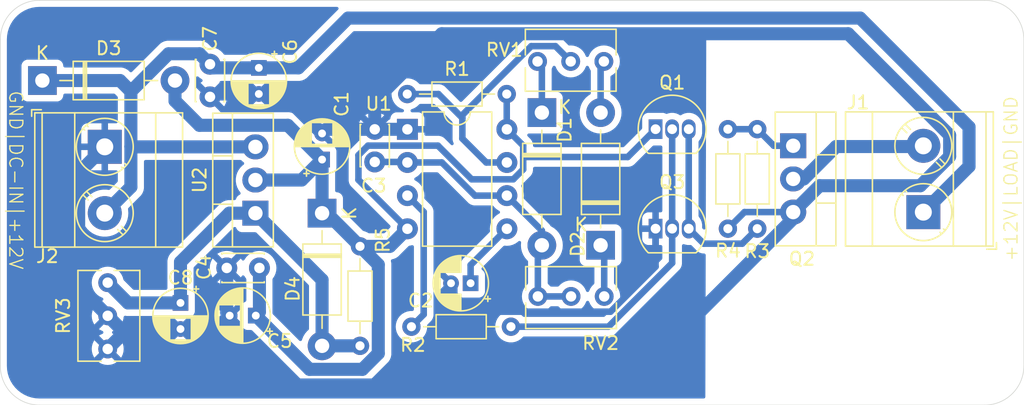
<source format=kicad_pcb>
(kicad_pcb (version 20240108) (generator "pcbnew") (generator_version "8.0")
  (layers (0 "F.Cu" signal) (31 "B.Cu" signal) (34 "B.Paste" user) (35 "F.Paste" user) (36 "B.SilkS" user "B.Silkscreen") (37 "F.SilkS" user "F.Silkscreen") (38 "B.Mask" user) (39 "F.Mask" user) (44 "Edge.Cuts" user))
  (net 0 "")
  (net 1 "GND")
  (net 2 "+5v")
  (net 3 "Net-(U1-CV)")
  (net 4 "Net-(D1-A)")
  (net 5 "+12V")
  (net 6 "Net-(D4-A)")
  (net 7 "Net-(D1-K)")
  (net 8 "Net-(D2-A)")
  (net 9 "Net-(D2-K)")
  (net 10 "Net-(J1-Pin_2)")
  (net 11 "Net-(Q1-E)")
  (net 12 "Net-(Q1-B)")
  (net 13 "Net-(Q2-G)")
  (net 14 "Net-(U1-DIS)")
  (net 15 "Net-(U1-Q)")
  (footprint "Capacitor_THT:CP_Radial_D4.0mm_P2.00mm" (layer "F.Cu") (at 114.845 73.1976 90)
    (property "Reference" "C1" (at 4.25 1.5 90) (layer "F.SilkS"))
    (property "Value" "10uF")
    (pad "1" thru_hole rect (at 0 0 90) (size 1.2 1.2) (drill 0.6) (layers "*.Cu" "*.Mask") (net 2 "+5v"))
    (pad "2" thru_hole circle (at 2 0 90) (size 1.2 1.2) (drill 0.6) (layers "*.Cu" "*.Mask") (net 1 "GND"))
  )
  (footprint "Capacitor_THT:CP_Radial_D4.0mm_P2.00mm" (layer "F.Cu") (at 110 66.172401 -90)
    (property "Reference" "C6" (at -1.2274 -2.4 90) (layer "F.SilkS"))
    (property "Value" "10uF")
    (pad "1" thru_hole rect (at 0 0 270) (size 1.2 1.2) (drill 0.6) (layers "*.Cu" "*.Mask") (net 5 "+12V"))
    (pad "2" thru_hole circle (at 2 0 270) (size 1.2 1.2) (drill 0.6) (layers "*.Cu" "*.Mask") (net 1 "GND"))
  )
  (footprint "Package_TO_SOT_THT:TO-92_Inline" (layer "F.Cu") (at 140.39 78.49)
    (property "Reference" "Q3" (at 1.27 -3.56 0) (layer "F.SilkS"))
    (property "Value" "BC327")
    (pad "1" thru_hole rect (at 0 0) (size 1.05 1.5) (drill 0.75) (layers "*.Cu" "*.Mask") (net 1 "GND"))
    (pad "2" thru_hole oval (at 1.27 0) (size 1.05 1.5) (drill 0.75) (layers "*.Cu" "*.Mask") (net 12 "Net-(Q1-B)"))
    (pad "3" thru_hole oval (at 2.54 0) (size 1.05 1.5) (drill 0.75) (layers "*.Cu" "*.Mask") (net 11 "Net-(Q1-E)"))
  )
  (footprint "Diode_THT:D_DO-41_SOD81_P10.16mm_Horizontal" (layer "F.Cu") (at 131.68 69.6 -90)
    (property "Reference" "D1" (at 1.33 -1.75 90) (layer "F.SilkS"))
    (property "Value" "1N4007")
    (fp_text user "K" (at -0.42 -1.75 180) (layer "F.SilkS"))
    (pad "1" thru_hole rect (at 0 0 270) (size 2.2 2.2) (drill 1.1) (layers "*.Cu" "*.Mask") (net 7 "Net-(D1-K)"))
    (pad "2" thru_hole oval (at 10.16 0 270) (size 2.2 2.2) (drill 1.1) (layers "*.Cu" "*.Mask") (net 4 "Net-(D1-A)"))
  )
  (footprint "Diode_THT:D_DO-41_SOD81_P10.16mm_Horizontal" (layer "F.Cu") (at 114.845 77.305 -90)
    (property "Reference" "D4" (at 5.8 2.245 90) (layer "F.SilkS"))
    (property "Value" "1N4007")
    (fp_text user "K" (at 0 -2.1 90) (layer "F.SilkS"))
    (pad "1" thru_hole rect (at 0 0 270) (size 2.2 2.2) (drill 1.1) (layers "*.Cu" "*.Mask") (net 2 "+5v"))
    (pad "2" thru_hole oval (at 10.16 0 270) (size 2.2 2.2) (drill 1.1) (layers "*.Cu" "*.Mask") (net 6 "Net-(D4-A)"))
  )
  (footprint "Capacitor_THT:C_Disc_D3.0mm_W2.0mm_P2.50mm" (layer "F.Cu") (at 106.26 65.895 -90)
    (property "Reference" "C7" (at -1.95 0 90) (layer "F.SilkS"))
    (property "Value" "0.1uF")
    (pad "1" thru_hole circle (at 0 0 270) (size 1.6 1.6) (drill 0.8) (layers "*.Cu" "*.Mask") (net 5 "+12V"))
    (pad "2" thru_hole circle (at 2.5 0 270) (size 1.6 1.6) (drill 0.8) (layers "*.Cu" "*.Mask") (net 1 "GND"))
  )
  (footprint "Diode_THT:D_DO-41_SOD81_P10.16mm_Horizontal" (layer "F.Cu") (at 136.18 79.76 90)
    (property "Reference" "D2" (at 0.08 -1.75 90) (layer "F.SilkS"))
    (property "Value" "1N4007")
    (fp_text user "K" (at 1.58 -1.5 180) (layer "F.SilkS"))
    (pad "1" thru_hole rect (at 0 0 90) (size 2.2 2.2) (drill 1.1) (layers "*.Cu" "*.Mask") (net 9 "Net-(D2-K)"))
    (pad "2" thru_hole oval (at 10.16 0 90) (size 2.2 2.2) (drill 1.1) (layers "*.Cu" "*.Mask") (net 8 "Net-(D2-A)"))
  )
  (footprint "TerminalBlock_Phoenix:TerminalBlock_Phoenix_MKDS-3-2-5.08_1x02_P5.08mm_Horizontal" (layer "F.Cu") (at 160.9 77.225 90)
    (property "Reference" "J1" (at 8.4 -5 180) (layer "F.SilkS"))
    (property "Value" "LOAD")
    (pad "1" thru_hole rect (at 0 0 90) (size 2.6 2.6) (drill 1.3) (layers "*.Cu" "*.Mask") (net 5 "+12V"))
    (pad "2" thru_hole circle (at 5.08 0 90) (size 2.6 2.6) (drill 1.3) (layers "*.Cu" "*.Mask") (net 10 "Net-(J1-Pin_2)"))
  )
  (footprint "Capacitor_THT:CP_Radial_D4.0mm_P2.00mm" (layer "F.Cu") (at 104 84.177401 -90)
    (property "Reference" "C8" (at -1.927401 0 180) (layer "F.SilkS"))
    (property "Value" "10uF")
    (pad "1" thru_hole rect (at 0 0 270) (size 1.2 1.2) (drill 0.6) (layers "*.Cu" "*.Mask") (net 6 "Net-(D4-A)"))
    (pad "2" thru_hole circle (at 2 0 270) (size 1.2 1.2) (drill 0.6) (layers "*.Cu" "*.Mask") (net 1 "GND"))
  )
  (footprint "Resistor_THT:R_Axial_DIN0204_L3.6mm_D1.6mm_P7.62mm_Horizontal" (layer "F.Cu") (at 145.93 78.49 90)
    (property "Reference" "R4" (at -1.69 0 0) (layer "F.SilkS"))
    (property "Value" "1M")
    (pad "1" thru_hole circle (at 0 0 90) (size 1.4 1.4) (drill 0.7) (layers "*.Cu" "*.Mask") (net 1 "GND"))
    (pad "2" thru_hole oval (at 7.62 0 90) (size 1.4 1.4) (drill 0.7) (layers "*.Cu" "*.Mask") (net 13 "Net-(Q2-G)"))
  )
  (footprint "Capacitor_THT:C_Disc_D3.0mm_W2.0mm_P2.50mm" (layer "F.Cu") (at 118.88 73.38 90)
    (property "Reference" "C3" (at -1.82 -0.08 180) (layer "F.SilkS"))
    (property "Value" "0.1uF")
    (pad "1" thru_hole circle (at 0 0 90) (size 1.6 1.6) (drill 0.8) (layers "*.Cu" "*.Mask") (net 4 "Net-(D1-A)"))
    (pad "2" thru_hole circle (at 2.5 0 90) (size 1.6 1.6) (drill 0.8) (layers "*.Cu" "*.Mask") (net 1 "GND"))
  )
  (footprint "Resistor_THT:R_Axial_DIN0204_L3.6mm_D1.6mm_P7.62mm_Horizontal" (layer "F.Cu") (at 117.75 87.465 90)
    (property "Reference" "R5" (at 8.095 1.75 90) (layer "F.SilkS"))
    (property "Value" "220R")
    (pad "1" thru_hole circle (at 0 0 90) (size 1.4 1.4) (drill 0.7) (layers "*.Cu" "*.Mask") (net 6 "Net-(D4-A)"))
    (pad "2" thru_hole oval (at 7.62 0 90) (size 1.4 1.4) (drill 0.7) (layers "*.Cu" "*.Mask") (net 2 "+5v"))
  )
  (footprint "Capacitor_THT:CP_Radial_D4.0mm_P1.50mm" (layer "F.Cu") (at 126.2226 82.67 180)
    (property "Reference" "C2" (at 3.8226 -1.33 0) (layer "F.SilkS"))
    (property "Value" "0,01u")
    (pad "1" thru_hole rect (at 0 0 180) (size 1.2 1.2) (drill 0.6) (layers "*.Cu" "*.Mask") (net 3 "Net-(U1-CV)"))
    (pad "2" thru_hole circle (at 1.5 0 180) (size 1.2 1.2) (drill 0.6) (layers "*.Cu" "*.Mask") (net 1 "GND"))
  )
  (footprint "Diode_THT:D_DO-41_SOD81_P10.16mm_Horizontal" (layer "F.Cu") (at 93.42 67.145)
    (property "Reference" "D3" (at 5.08 -2.47 0) (layer "F.SilkS"))
    (property "Value" "1N4007")
    (fp_text user "K" (at 0 -2.1 0) (layer "F.SilkS"))
    (pad "1" thru_hole rect (at 0 0) (size 2.2 2.2) (drill 1.1) (layers "*.Cu" "*.Mask") (net 5 "+12V"))
    (pad "2" thru_hole oval (at 10.16 0) (size 2.2 2.2) (drill 1.1) (layers "*.Cu" "*.Mask") (net 2 "+5v"))
  )
  (footprint "Potentiometer_THT:Potentiometer_Bourns_3266Y_Vertical" (layer "F.Cu") (at 98.425 82.625 90)
    (property "Reference" "RV3" (at -2.54 -3.41 90) (layer "F.SilkS"))
    (property "Value" "2k")
    (pad "1" thru_hole circle (at 0 0 90) (size 1.44 1.44) (drill 0.8) (layers "*.Cu" "*.Mask") (net 6 "Net-(D4-A)"))
    (pad "2" thru_hole circle (at -2.54 0 90) (size 1.44 1.44) (drill 0.8) (layers "*.Cu" "*.Mask") (net 1 "GND"))
    (pad "3" thru_hole circle (at -5.08 0 90) (size 1.44 1.44) (drill 0.8) (layers "*.Cu" "*.Mask") (net 1 "GND"))
  )
  (footprint "Potentiometer_THT:Potentiometer_Bourns_3266Y_Vertical" (layer "F.Cu") (at 136.455 83.68)
    (property "Reference" "RV2" (at -0.275 3.575 0) (layer "F.SilkS"))
    (property "Value" "50k")
    (pad "1" thru_hole circle (at 0 0) (size 1.44 1.44) (drill 0.8) (layers "*.Cu" "*.Mask") (net 9 "Net-(D2-K)"))
    (pad "2" thru_hole circle (at -2.54 0) (size 1.44 1.44) (drill 0.8) (layers "*.Cu" "*.Mask") (net 4 "Net-(D1-A)"))
    (pad "3" thru_hole circle (at -5.08 0) (size 1.44 1.44) (drill 0.8) (layers "*.Cu" "*.Mask") (net 4 "Net-(D1-A)"))
  )
  (footprint "Package_TO_SOT_THT:TO-220-3_Vertical" (layer "F.Cu") (at 109.74 77.305 90)
    (property "Reference" "U2" (at 2.54 -4.27 90) (layer "F.SilkS"))
    (property "Value" "LM317_TO-220")
    (pad "1" thru_hole rect (at 0 0 90) (size 1.905 2) (drill 1.1) (layers "*.Cu" "*.Mask") (net 6 "Net-(D4-A)"))
    (pad "2" thru_hole oval (at 2.54 0 90) (size 1.905 2) (drill 1.1) (layers "*.Cu" "*.Mask") (net 2 "+5v"))
    (pad "3" thru_hole oval (at 5.08 0 90) (size 1.905 2) (drill 1.1) (layers "*.Cu" "*.Mask") (net 5 "+12V"))
  )
  (footprint "Resistor_THT:R_Axial_DIN0204_L3.6mm_D1.6mm_P7.62mm_Horizontal" (layer "F.Cu") (at 121.69 86)
    (property "Reference" "R2" (at 0.11 1.4 0) (layer "F.SilkS"))
    (property "Value" "10k")
    (pad "1" thru_hole circle (at 0 0) (size 1.4 1.4) (drill 0.7) (layers "*.Cu" "*.Mask") (net 15 "Net-(U1-Q)"))
    (pad "2" thru_hole oval (at 7.62 0) (size 1.4 1.4) (drill 0.7) (layers "*.Cu" "*.Mask") (net 12 "Net-(Q1-B)"))
  )
  (footprint "TerminalBlock_Phoenix:TerminalBlock_Phoenix_MKDS-3-2-5.08_1x02_P5.08mm_Horizontal" (layer "F.Cu") (at 98.2 72.22 -90)
    (property "Reference" "J2" (at 8.38 4.4 180) (layer "F.SilkS"))
    (property "Value" "DC_12V")
    (pad "1" thru_hole rect (at 0 0 270) (size 2.6 2.6) (drill 1.3) (layers "*.Cu" "*.Mask") (net 1 "GND"))
    (pad "2" thru_hole circle (at 5.08 0 270) (size 2.6 2.6) (drill 1.3) (layers "*.Cu" "*.Mask") (net 5 "+12V"))
  )
  (footprint "Package_TO_SOT_THT:TO-220-3_Vertical" (layer "F.Cu") (at 150.93 72.14 -90)
    (property "Reference" "Q2" (at 8.66 -0.67 0) (layer "F.SilkS"))
    (property "Value" "IRLZ44N")
    (pad "1" thru_hole rect (at 0 0 270) (size 1.905 2) (drill 1.1) (layers "*.Cu" "*.Mask") (net 13 "Net-(Q2-G)"))
    (pad "2" thru_hole oval (at 2.54 0 270) (size 1.905 2) (drill 1.1) (layers "*.Cu" "*.Mask") (net 10 "Net-(J1-Pin_2)"))
    (pad "3" thru_hole oval (at 5.08 0 270) (size 1.905 2) (drill 1.1) (layers "*.Cu" "*.Mask") (net 1 "GND"))
  )
  (footprint "Potentiometer_THT:Potentiometer_Bourns_3266Y_Vertical" (layer "F.Cu") (at 131.35 65.68 180)
    (property "Reference" "RV1" (at 2.55 0.88 0) (layer "F.SilkS"))
    (property "Value" "100k")
    (pad "1" thru_hole circle (at 0 0 180) (size 1.44 1.44) (drill 0.8) (layers "*.Cu" "*.Mask") (net 7 "Net-(D1-K)"))
    (pad "2" thru_hole circle (at -2.54 0 180) (size 1.44 1.44) (drill 0.8) (layers "*.Cu" "*.Mask") (net 14 "Net-(U1-DIS)"))
    (pad "3" thru_hole circle (at -5.08 0 180) (size 1.44 1.44) (drill 0.8) (layers "*.Cu" "*.Mask") (net 8 "Net-(D2-A)"))
  )
  (footprint "Package_DIP:DIP-8_W7.62mm" (layer "F.Cu") (at 121.38 70.88)
    (property "Reference" "U1" (at -2.2 -1.95 0) (layer "F.SilkS"))
    (property "Value" "NE555P")
    (pad "1" thru_hole rect (at 0 0) (size 1.6 1.6) (drill 0.8) (layers "*.Cu" "*.Mask") (net 1 "GND"))
    (pad "2" thru_hole oval (at 0 2.54) (size 1.6 1.6) (drill 0.8) (layers "*.Cu" "*.Mask") (net 4 "Net-(D1-A)"))
    (pad "3" thru_hole oval (at 0 5.08) (size 1.6 1.6) (drill 0.8) (layers "*.Cu" "*.Mask") (net 15 "Net-(U1-Q)"))
    (pad "4" thru_hole oval (at 0 7.62) (size 1.6 1.6) (drill 0.8) (layers "*.Cu" "*.Mask") (net 2 "+5v"))
    (pad "5" thru_hole oval (at 7.62 7.62) (size 1.6 1.6) (drill 0.8) (layers "*.Cu" "*.Mask") (net 3 "Net-(U1-CV)"))
    (pad "6" thru_hole oval (at 7.62 5.08) (size 1.6 1.6) (drill 0.8) (layers "*.Cu" "*.Mask") (net 4 "Net-(D1-A)"))
    (pad "7" thru_hole oval (at 7.62 2.54) (size 1.6 1.6) (drill 0.8) (layers "*.Cu" "*.Mask") (net 14 "Net-(U1-DIS)"))
    (pad "8" thru_hole oval (at 7.62 0) (size 1.6 1.6) (drill 0.8) (layers "*.Cu" "*.Mask") (net 2 "+5v"))
  )
  (footprint "Capacitor_THT:CP_Radial_D4.0mm_P2.00mm" (layer "F.Cu") (at 109.7676 85.15 180)
    (property "Reference" "C5" (at -1.8324 -1.95 0) (layer "F.SilkS"))
    (property "Value" "10uF")
    (pad "1" thru_hole rect (at 0 0 180) (size 1.2 1.2) (drill 0.6) (layers "*.Cu" "*.Mask") (net 2 "+5v"))
    (pad "2" thru_hole circle (at 2 0 180) (size 1.2 1.2) (drill 0.6) (layers "*.Cu" "*.Mask") (net 1 "GND"))
  )
  (footprint "Resistor_THT:R_Axial_DIN0204_L3.6mm_D1.6mm_P7.62mm_Horizontal" (layer "F.Cu") (at 121.37 68.18)
    (property "Reference" "R1" (at 3.81 -1.92 0) (layer "F.SilkS"))
    (property "Value" "1k")
    (pad "1" thru_hole circle (at 0 0) (size 1.4 1.4) (drill 0.7) (layers "*.Cu" "*.Mask") (net 14 "Net-(U1-DIS)"))
    (pad "2" thru_hole oval (at 7.62 0) (size 1.4 1.4) (drill 0.7) (layers "*.Cu" "*.Mask") (net 2 "+5v"))
  )
  (footprint "Package_TO_SOT_THT:TO-92_Inline" (layer "F.Cu") (at 140.39 70.87)
    (property "Reference" "Q1" (at 1.27 -3.56 0) (layer "F.SilkS"))
    (property "Value" "BC337")
    (pad "1" thru_hole rect (at 0 0) (size 1.05 1.5) (drill 0.75) (layers "*.Cu" "*.Mask") (net 2 "+5v"))
    (pad "2" thru_hole oval (at 1.27 0) (size 1.05 1.5) (drill 0.75) (layers "*.Cu" "*.Mask") (net 12 "Net-(Q1-B)"))
    (pad "3" thru_hole oval (at 2.54 0) (size 1.05 1.5) (drill 0.75) (layers "*.Cu" "*.Mask") (net 11 "Net-(Q1-E)"))
  )
  (footprint "Capacitor_THT:C_Disc_D3.0mm_W2.0mm_P2.50mm" (layer "F.Cu") (at 110.045 81.5 180)
    (property "Reference" "C4" (at 4.245 0.05 90) (layer "F.SilkS"))
    (property "Value" "0.1uF")
    (pad "1" thru_hole circle (at 0 0 180) (size 1.6 1.6) (drill 0.8) (layers "*.Cu" "*.Mask") (net 2 "+5v"))
    (pad "2" thru_hole circle (at 2.5 0 180) (size 1.6 1.6) (drill 0.8) (layers "*.Cu" "*.Mask") (net 1 "GND"))
  )
  (footprint "Resistor_THT:R_Axial_DIN0204_L3.6mm_D1.6mm_P7.62mm_Horizontal" (layer "F.Cu") (at 148.18 78.49 90)
    (property "Reference" "R3" (at -1.73 0 180) (layer "F.SilkS"))
    (property "Value" "20R")
    (pad "1" thru_hole circle (at 0 0 90) (size 1.4 1.4) (drill 0.7) (layers "*.Cu" "*.Mask") (net 11 "Net-(Q1-E)"))
    (pad "2" thru_hole oval (at 7.62 0 90) (size 1.4 1.4) (drill 0.7) (layers "*.Cu" "*.Mask") (net 13 "Net-(Q2-G)"))
  )
  (gr_line (start 168.6 64) (end 168.6 89) (stroke (width 0.05)) (layer "Edge.Cuts"))
  (gr_arc (start 93.2 92) (mid 91.07868 91.12132) (end 90.2 89) (stroke (width 0.05)) (layer "Edge.Cuts"))
  (gr_arc (start 168.6 89) (mid 167.72132 91.12132) (end 165.6 92) (stroke (width 0.05)) (layer "Edge.Cuts"))
  (gr_line (start 93.2 61) (end 165.6 61) (stroke (width 0.05)) (layer "Edge.Cuts"))
  (gr_line (start 165.6 92) (end 93.2 92) (stroke (width 0.05)) (layer "Edge.Cuts"))
  (gr_arc (start 165.6 61) (mid 167.72132 61.87868) (end 168.6 64) (stroke (width 0.05)) (layer "Edge.Cuts"))
  (gr_arc (start 90.2 64) (mid 91.07868 61.87868) (end 93.2 61) (stroke (width 0.05)) (layer "Edge.Cuts"))
  (gr_line (start 90.2 89) (end 90.2 64) (stroke (width 0.05)) (layer "Edge.Cuts"))
  (gr_text "GND|DC-IN|+12V\n" (at 90.8 74.765 270) (layer "F.SilkS") (effects (font (size 1 1) (thickness 0.1)) (justify bottom)))
  (gr_text "+12V|LOAD|GND" (at 168.2 81.063334 90) (layer "F.SilkS") (effects (font (size 1 1) (thickness 0.1)) (justify left bottom)))
  (segment (start 107.7676 85.15) (end 107.7676 85.998528) (width 1) (layer "B.Cu") (net 1))
  (segment (start 140.39 81.39963) (end 136.93963 84.85) (width 0.5) (layer "B.Cu") (net 1))
  (segment (start 106.482599 68.172401) (end 106.26 68.395) (width 1) (layer "B.Cu") (net 1))
  (segment (start 124.010101 63.56) (end 155.143428 63.56) (width 1) (layer "B.Cu") (net 1))
  (segment (start 162.913972 72.959456) (end 160.673428 75.2) (width 1) (layer "B.Cu") (net 1))
  (segment (start 124.7226 82.67) (end 124.7226 90.3876) (width 1) (layer "B.Cu") (net 1))
  (segment (start 150.93 77.719899) (end 150.93 77.22) (width 1) (layer "B.Cu") (net 1))
  (segment (start 124.7226 83.27) (end 124.7226 82.67) (width 0.5) (layer "B.Cu") (net 1))
  (segment (start 110 68.172401) (end 111.819801 68.172401) (width 1) (layer "B.Cu") (net 1))
  (segment (start 107.545 81.5) (end 107.545 84.9274) (width 1) (layer "B.Cu") (net 1))
  (segment (start 124.8 90.465) (end 138.184899 90.465) (width 1) (layer "B.Cu") (net 1))
  (segment (start 99.437401 86.177401) (end 99.437401 86.692599) (width 1) (layer "B.Cu") (net 1))
  (segment (start 107.545 84.9274) (end 107.7676 85.15) (width 1) (layer "B.Cu") (net 1))
  (segment (start 126.3026 84.85) (end 124.7226 83.27) (width 0.5) (layer "B.Cu") (net 1))
  (segment (start 118.88 70.88) (end 118.88 68.690101) (width 1) (layer "B.Cu") (net 1))
  (segment (start 106.740199 86.177401) (end 104 86.177401) (width 1) (layer "B.Cu") (net 1))
  (segment (start 162.913972 71.330544) (end 162.913972 72.959456) (width 1) (layer "B.Cu") (net 1))
  (segment (start 136.93963 84.85) (end 126.3026 84.85) (width 0.5) (layer "B.Cu") (net 1))
  (segment (start 107.7676 85.998528) (end 112.234072 90.465) (width 1) (layer "B.Cu") (net 1))
  (segment (start 115.1626 70.88) (end 114.845 71.1976) (width 1) (layer "B.Cu") (net 1))
  (segment (start 98.2 72.22) (end 96.2 74.22) (width 1) (layer "B.Cu") (net 1))
  (segment (start 111.819801 68.172401) (end 114.845 71.1976) (width 1) (layer "B.Cu") (net 1))
  (segment (start 121.38 70.88) (end 118.88 70.88) (width 1) (layer "B.Cu") (net 1))
  (segment (start 152.95 75.2) (end 150.93 77.22) (width 1) (layer "B.Cu") (net 1))
  (segment (start 96.2 82.94) (end 98.425 85.165) (width 1) (layer "B.Cu") (net 1))
  (segment (start 147.2 77.22) (end 150.93 77.22) (width 0.5) (layer "B.Cu") (net 1))
  (segment (start 99.437401 86.177401) (end 98.425 85.165) (width 1) (layer "B.Cu") (net 1))
  (segment (start 160.673428 75.2) (end 152.95 75.2) (width 1) (layer "B.Cu") (net 1))
  (segment (start 155.143428 63.56) (end 162.913972 71.330544) (width 1) (layer "B.Cu") (net 1))
  (segment (start 118.88 70.88) (end 115.1626 70.88) (width 1) (layer "B.Cu") (net 1))
  (segment (start 140.39 78.49) (end 140.39 81.39963) (width 0.5) (layer "B.Cu") (net 1))
  (segment (start 104 86.177401) (end 99.437401 86.177401) (width 1) (layer "B.Cu") (net 1))
  (segment (start 118.88 68.690101) (end 124.010101 63.56) (width 1) (layer "B.Cu") (net 1))
  (segment (start 96.2 74.22) (end 96.2 82.94) (width 1) (layer "B.Cu") (net 1))
  (segment (start 99.437401 86.692599) (end 98.425 87.705) (width 1) (layer "B.Cu") (net 1))
  (segment (start 124.7226 90.3876) (end 124.8 90.465) (width 1) (layer "B.Cu") (net 1))
  (segment (start 107.7676 85.15) (end 106.740199 86.177401) (width 1) (layer "B.Cu") (net 1))
  (segment (start 138.184899 90.465) (end 150.93 77.719899) (width 1) (layer "B.Cu") (net 1))
  (segment (start 110 68.172401) (end 106.482599 68.172401) (width 1) (layer "B.Cu") (net 1))
  (segment (start 112.234072 90.465) (end 124.8 90.465) (width 1) (layer "B.Cu") (net 1))
  (segment (start 145.93 78.49) (end 147.2 77.22) (width 0.5) (layer "B.Cu") (net 1))
  (segment (start 114.845 77.305) (end 114.24 77.305) (width 1) (layer "B.Cu") (net 2))
  (segment (start 117.935 89.265) (end 119.15 88.05) (width 1) (layer "B.Cu") (net 2))
  (segment (start 138.26 73) (end 130.25 73) (width 0.5) (layer "B.Cu") (net 2))
  (segment (start 113.8826 89.265) (end 117.935 89.265) (width 1) (layer "B.Cu") (net 2))
  (segment (start 128.99 70.87) (end 129 70.88) (width 0.5) (layer "B.Cu") (net 2))
  (segment (start 103.58 68.700634) (end 105.451866 70.5725) (width 1) (layer "B.Cu") (net 2))
  (segment (start 110.045 84.8726) (end 109.7676 85.15) (width 1) (layer "B.Cu") (net 2))
  (segment (start 103.58 67.145) (end 103.58 68.700634) (width 1) (layer "B.Cu") (net 2))
  (segment (start 120.035 79.845) (end 121.38 78.5) (width 1) (layer "B.Cu") (net 2))
  (segment (start 113.2776 74.765) (end 114.845 73.1976) (width 1) (layer "B.Cu") (net 2))
  (segment (start 123.71995 72.13) (end 118.362233 72.13) (width 0.5) (layer "B.Cu") (net 2))
  (segment (start 114.845 73.1976) (end 114.845 77.305) (width 1) (layer "B.Cu") (net 2))
  (segment (start 112.2199 70.5725) (end 114.845 73.1976) (width 1) (layer "B.Cu") (net 2))
  (segment (start 117.63 72.862233) (end 117.63 74.75) (width 0.5) (layer "B.Cu") (net 2))
  (segment (start 119.15 81.245) (end 117.75 79.845) (width 1) (layer "B.Cu") (net 2))
  (segment (start 119.15 88.05) (end 119.15 81.245) (width 1) (layer "B.Cu") (net 2))
  (segment (start 110.045 81.5) (end 110.045 84.8726) (width 1) (layer "B.Cu") (net 2))
  (segment (start 114.845 77.305) (end 115.21 77.305) (width 1) (layer "B.Cu") (net 2))
  (segment (start 109.7676 85.15) (end 113.8826 89.265) (width 1) (layer "B.Cu") (net 2))
  (segment (start 129 70.88) (end 130.25 72.13) (width 0.5) (layer "B.Cu") (net 2))
  (segment (start 105.451866 70.5725) (end 112.2199 70.5725) (width 1) (layer "B.Cu") (net 2))
  (segment (start 140.39 70.87) (end 138.26 73) (width 0.5) (layer "B.Cu") (net 2))
  (segment (start 117.63 74.75) (end 121.38 78.5) (width 0.5) (layer "B.Cu") (net 2))
  (segment (start 117.75 79.845) (end 120.035 79.845) (width 1) (layer "B.Cu") (net 2))
  (segment (start 130.25 72.13) (end 130.25 73) (width 0.5) (layer "B.Cu") (net 2))
  (segment (start 129.49 74.71) (end 126.29995 74.71) (width 0.5) (layer "B.Cu") (net 2))
  (segment (start 109.74 74.765) (end 113.2776 74.765) (width 1) (layer "B.Cu") (net 2))
  (segment (start 115.21 77.305) (end 117.75 79.845) (width 1) (layer "B.Cu") (net 2))
  (segment (start 130.25 73.95) (end 129.49 74.71) (width 0.5) (layer "B.Cu") (net 2))
  (segment (start 118.362233 72.13) (end 117.63 72.862233) (width 0.5) (layer "B.Cu") (net 2))
  (segment (start 126.29995 74.71) (end 123.71995 72.13) (width 0.5) (layer "B.Cu") (net 2))
  (segment (start 130.25 73) (end 130.25 73.95) (width 0.5) (layer "B.Cu") (net 2))
  (segment (start 128.99 68.18) (end 128.99 70.87) (width 0.5) (layer "B.Cu") (net 2))
  (segment (start 126.2226 81.2774) (end 129 78.5) (width 0.5) (layer "B.Cu") (net 3))
  (segment (start 126.2226 82.67) (end 126.2226 81.2774) (width 0.5) (layer "B.Cu") (net 3))
  (segment (start 131.68 78.64) (end 131.68 79.76) (width 0.5) (layer "B.Cu") (net 4))
  (segment (start 118.88 73.38) (end 121.34 73.38) (width 0.5) (layer "B.Cu") (net 4))
  (segment (start 126.56 75.96) (end 129 75.96) (width 0.5) (layer "B.Cu") (net 4))
  (segment (start 131.375 83.68) (end 131.375 80.065) (width 0.5) (layer "B.Cu") (net 4))
  (segment (start 124.02 73.42) (end 126.56 75.96) (width 0.5) (layer "B.Cu") (net 4))
  (segment (start 129 75.96) (end 131.68 78.64) (width 0.5) (layer "B.Cu") (net 4))
  (segment (start 121.34 73.38) (end 121.38 73.42) (width 0.5) (layer "B.Cu") (net 4))
  (segment (start 121.38 73.42) (end 124.02 73.42) (width 0.5) (layer "B.Cu") (net 4))
  (segment (start 131.375 80.065) (end 131.68 79.76) (width 0.5) (layer "B.Cu") (net 4))
  (segment (start 131.375 83.68) (end 133.915 83.68) (width 0.5) (layer "B.Cu") (net 4))
  (segment (start 116.84 62.36) (end 156.057056 62.36) (width 1) (layer "B.Cu") (net 5))
  (segment (start 100.225 72.225) (end 100.2 72.2) (width 1) (layer "B.Cu") (net 5))
  (segment (start 103.084414 65.095001) (end 105.460001 65.095001) (width 1) (layer "B.Cu") (net 5))
  (segment (start 110 66.172401) (end 106.537401 66.172401) (width 1) (layer "B.Cu") (net 5))
  (segment (start 100.2 67.979415) (end 103.084414 65.095001) (width 1) (layer "B.Cu") (net 5))
  (segment (start 106.537401 66.172401) (end 106.26 65.895) (width 1) (layer "B.Cu") (net 5))
  (segment (start 105.460001 65.095001) (end 106.26 65.895) (width 1) (layer "B.Cu") (net 5))
  (segment (start 164.4 70.702944) (end 164.4 73.725) (width 1) (layer "B.Cu") (net 5))
  (segment (start 109.74 72.225) (end 100.225 72.225) (width 1) (layer "B.Cu") (net 5))
  (segment (start 156.057056 62.36) (end 164.4 70.702944) (width 1) (layer "B.Cu") (net 5))
  (segment (start 113.027599 66.172401) (end 116.84 62.36) (width 1) (layer "B.Cu") (net 5))
  (segment (start 98.2 77.3) (end 100.2 75.3) (width 1) (layer "B.Cu") (net 5))
  (segment (start 100.2 75.3) (end 100.2 72.2) (width 1) (layer "B.Cu") (net 5))
  (segment (start 164.4 73.725) (end 160.9 77.225) (width 1) (layer "B.Cu") (net 5))
  (segment (start 99.365585 67.145) (end 100.2 67.979415) (width 1) (layer "B.Cu") (net 5))
  (segment (start 100.2 72.2) (end 100.2 67.979415) (width 1) (layer "B.Cu") (net 5))
  (segment (start 110 66.172401) (end 113.027599 66.172401) (width 1) (layer "B.Cu") (net 5))
  (segment (start 93.42 67.145) (end 99.365585 67.145) (width 1) (layer "B.Cu") (net 5))
  (segment (start 114.845 82.41) (end 114.845 87.465) (width 1) (layer "B.Cu") (net 6))
  (segment (start 117.75 87.465) (end 114.845 87.465) (width 1) (layer "B.Cu") (net 6))
  (segment (start 104 81.045) (end 107.74 77.305) (width 1) (layer "B.Cu") (net 6))
  (segment (start 104 84.177401) (end 99.977401 84.177401) (width 1) (layer "B.Cu") (net 6))
  (segment (start 99.977401 84.177401) (end 98.425 82.625) (width 1) (layer "B.Cu") (net 6))
  (segment (start 109.74 77.305) (end 114.845 82.41) (width 1) (layer "B.Cu") (net 6))
  (segment (start 104 84.177401) (end 104 81.045) (width 1) (layer "B.Cu") (net 6))
  (segment (start 107.74 77.305) (end 109.74 77.305) (width 1) (layer "B.Cu") (net 6))
  (segment (start 131.68 66.01) (end 131.35 65.68) (width 0.5) (layer "B.Cu") (net 7))
  (segment (start 131.68 69.6) (end 131.68 66.01) (width 0.5) (layer "B.Cu") (net 7))
  (segment (start 136.18 65.93) (end 136.43 65.68) (width 0.5) (layer "B.Cu") (net 8))
  (segment (start 136.18 69.6) (end 136.18 65.93) (width 0.5) (layer "B.Cu") (net 8))
  (segment (start 136.455 80.035) (end 136.18 79.76) (width 0.5) (layer "B.Cu") (net 9))
  (segment (start 136.455 83.68) (end 136.455 80.035) (width 0.5) (layer "B.Cu") (net 9))
  (segment (start 150.93 74.68) (end 151.7425 74.68) (width 1) (layer "B.Cu") (net 10))
  (segment (start 151.7425 74.68) (end 154.2225 72.2) (width 1) (layer "B.Cu") (net 10))
  (segment (start 154.2225 72.2) (end 160.845 72.2) (width 1) (layer "B.Cu") (net 10))
  (segment (start 160.845 72.2) (end 160.9 72.145) (width 1) (layer "B.Cu") (net 10))
  (segment (start 147.03 79.64) (end 148.18 78.49) (width 0.5) (layer "B.Cu") (net 11))
  (segment (start 142.93 70.87) (end 142.93 78.49) (width 0.5) (layer "B.Cu") (net 11))
  (segment (start 142.93 78.49) (end 144.08 79.64) (width 0.5) (layer "B.Cu") (net 11))
  (segment (start 144.08 79.64) (end 147.03 79.64) (width 0.5) (layer "B.Cu") (net 11))
  (segment (start 129.31 86) (end 136.77958 86) (width 0.5) (layer "B.Cu") (net 12))
  (segment (start 136.77958 86) (end 141.66 81.11958) (width 0.5) (layer "B.Cu") (net 12))
  (segment (start 141.66 70.87) (end 141.66 78.49) (width 0.5) (layer "B.Cu") (net 12))
  (segment (start 141.66 81.11958) (end 141.66 78.49) (width 0.5) (layer "B.Cu") (net 12))
  (segment (start 149.45 72.14) (end 148.18 70.87) (width 0.5) (layer "B.Cu") (net 13))
  (segment (start 150.93 72.14) (end 149.45 72.14) (width 0.5) (layer "B.Cu") (net 13))
  (segment (start 148.18 70.87) (end 145.93 70.87) (width 0.5) (layer "B.Cu") (net 13))
  (segment (start 125.59 70.01) (end 123.76 68.18) (width 0.5) (layer "B.Cu") (net 14))
  (segment (start 132.72 64.51) (end 130.86537 64.51) (width 0.5) (layer "B.Cu") (net 14))
  (segment (start 133.89 65.68) (end 132.72 64.51) (width 0.5) (layer "B.Cu") (net 14))
  (segment (start 127.42 73.42) (end 125.59 71.59) (width 0.5) (layer "B.Cu") (net 14))
  (segment (start 125.59 71.59) (end 125.59 70.01) (width 0.5) (layer "B.Cu") (net 14))
  (segment (start 123.76 68.18) (end 121.37 68.18) (width 0.5) (layer "B.Cu") (net 14))
  (segment (start 130.86537 64.51) (end 125.59 69.78537) (width 0.5) (layer "B.Cu") (net 14))
  (segment (start 129 73.42) (end 127.42 73.42) (width 0.5) (layer "B.Cu") (net 14))
  (segment (start 125.59 69.78537) (end 125.59 70.01) (width 0.5) (layer "B.Cu") (net 14))
  (segment (start 122.63 85.06) (end 122.63 77.21) (width 0.5) (layer "B.Cu") (net 15))
  (segment (start 122.63 77.21) (end 121.38 75.96) (width 0.5) (layer "B.Cu") (net 15))
  (segment (start 121.69 86) (end 122.63 85.06) (width 0.5) (layer "B.Cu") (net 15))
  (zone (net 1) (net_name "GND") (layer "B.Cu") (connect_pads (clearance 0.5)) (min_thickness 0.25) (fill yes (thermal_gap 0.5) (thermal_bridge_width 0.5))
    (polygon (pts (xy 90.2 61) (xy 144.28 61.04) (xy 144.2 92) (xy 90.2 92)))
  )
)
</source>
